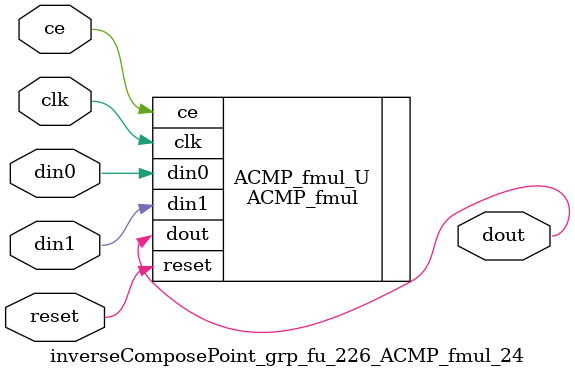
<source format=v>

`timescale 1 ns / 1 ps
module inverseComposePoint_grp_fu_226_ACMP_fmul_24(
    clk,
    reset,
    ce,
    din0,
    din1,
    dout);

parameter ID = 32'd1;
parameter NUM_STAGE = 32'd1;
parameter din0_WIDTH = 32'd1;
parameter din1_WIDTH = 32'd1;
parameter dout_WIDTH = 32'd1;
input clk;
input reset;
input ce;
input[din0_WIDTH - 1:0] din0;
input[din1_WIDTH - 1:0] din1;
output[dout_WIDTH - 1:0] dout;



ACMP_fmul #(
.ID( ID ),
.NUM_STAGE( 4 ),
.din0_WIDTH( din0_WIDTH ),
.din1_WIDTH( din1_WIDTH ),
.dout_WIDTH( dout_WIDTH ))
ACMP_fmul_U(
    .clk( clk ),
    .reset( reset ),
    .ce( ce ),
    .din0( din0 ),
    .din1( din1 ),
    .dout( dout ));

endmodule

</source>
